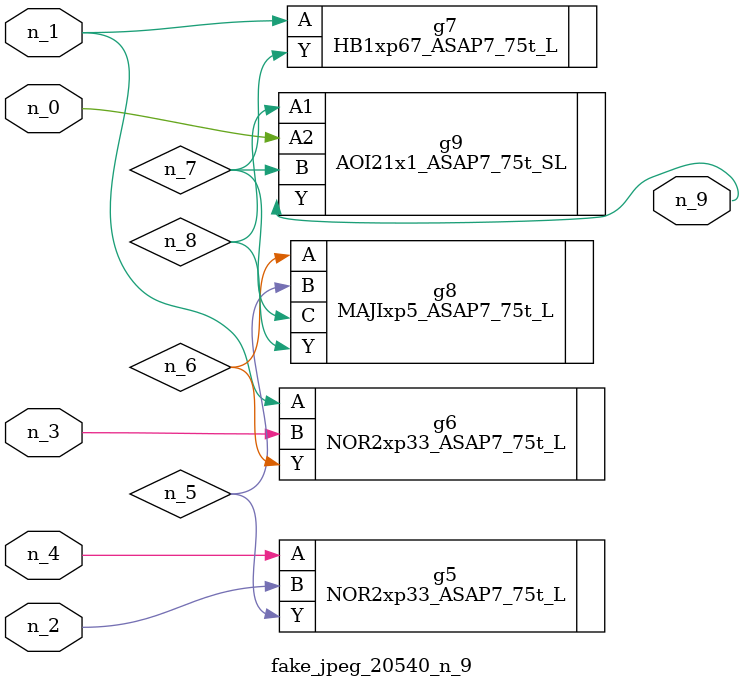
<source format=v>
module fake_jpeg_20540_n_9 (n_3, n_2, n_1, n_0, n_4, n_9);

input n_3;
input n_2;
input n_1;
input n_0;
input n_4;

output n_9;

wire n_8;
wire n_6;
wire n_5;
wire n_7;

NOR2xp33_ASAP7_75t_L g5 ( 
.A(n_4),
.B(n_2),
.Y(n_5)
);

NOR2xp33_ASAP7_75t_L g6 ( 
.A(n_1),
.B(n_3),
.Y(n_6)
);

HB1xp67_ASAP7_75t_L g7 ( 
.A(n_1),
.Y(n_7)
);

MAJIxp5_ASAP7_75t_L g8 ( 
.A(n_6),
.B(n_5),
.C(n_7),
.Y(n_8)
);

AOI21x1_ASAP7_75t_SL g9 ( 
.A1(n_8),
.A2(n_0),
.B(n_7),
.Y(n_9)
);


endmodule
</source>
